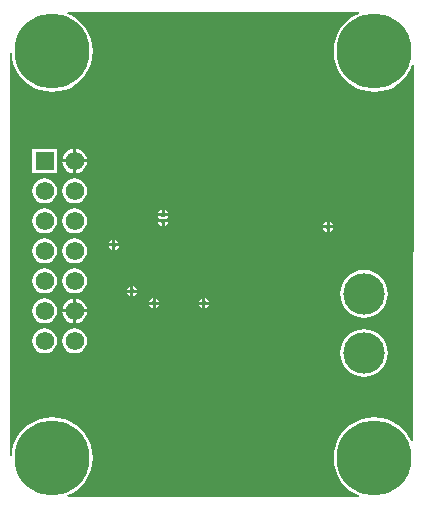
<source format=gbl>
%FSLAX24Y24*%
%MOIN*%
%SFA1B1*%

%IPPOS*%
%ADD20C,0.062000*%
%ADD21R,0.062000X0.062000*%
%ADD22C,0.137800*%
%ADD23C,0.250000*%
%ADD24C,0.015000*%
%LNpcb-1*%
%LPD*%
G36*
X21275Y23850D02*
X21170Y23807D01*
X20989Y23696*
X20827Y23558*
X20689Y23396*
X20578Y23215*
X20497Y23018*
X20447Y22812*
X20431Y22600*
X20447Y22388*
X20497Y22182*
X20578Y21985*
X20689Y21804*
X20827Y21642*
X20989Y21504*
X21170Y21393*
X21367Y21312*
X21573Y21263*
X21785Y21246*
X21997Y21263*
X22203Y21312*
X22400Y21393*
X22581Y21504*
X22743Y21642*
X22881Y21804*
X22992Y21985*
X23063Y22157*
X23113Y22147*
X23066Y9614*
X23017Y9604*
X22992Y9665*
X22881Y9846*
X22743Y10008*
X22581Y10146*
X22400Y10257*
X22203Y10338*
X21997Y10388*
X21785Y10404*
X21573Y10388*
X21367Y10338*
X21170Y10257*
X20989Y10146*
X20827Y10008*
X20689Y9846*
X20578Y9665*
X20497Y9468*
X20447Y9262*
X20431Y9050*
X20447Y8838*
X20497Y8632*
X20578Y8435*
X20689Y8254*
X20827Y8092*
X20989Y7954*
X21170Y7843*
X21275Y7800*
X21265Y7750*
X11570*
X11560Y7800*
X11665Y7843*
X11846Y7954*
X12008Y8092*
X12146Y8254*
X12257Y8435*
X12338Y8632*
X12387Y8838*
X12404Y9050*
X12387Y9262*
X12338Y9468*
X12257Y9665*
X12146Y9846*
X12008Y10008*
X11846Y10146*
X11665Y10257*
X11468Y10338*
X11262Y10388*
X11050Y10404*
X10838Y10388*
X10632Y10338*
X10435Y10257*
X10254Y10146*
X10092Y10008*
X9954Y9846*
X9843Y9665*
X9762Y9468*
X9712Y9262*
X9700Y9103*
X9650Y9105*
Y22545*
X9700Y22547*
X9712Y22388*
X9762Y22182*
X9843Y21985*
X9954Y21804*
X10092Y21642*
X10254Y21504*
X10435Y21393*
X10632Y21312*
X10838Y21263*
X11050Y21246*
X11262Y21263*
X11468Y21312*
X11665Y21393*
X11846Y21504*
X12008Y21642*
X12146Y21804*
X12257Y21985*
X12338Y22182*
X12387Y22388*
X12404Y22600*
X12387Y22812*
X12338Y23018*
X12257Y23215*
X12146Y23396*
X12008Y23558*
X11846Y23696*
X11665Y23807*
X11560Y23850*
X11570Y23900*
X21265*
X21275Y23850*
G37*
%LNpcb-2*%
%LPC*%
G36*
X11850Y19357D02*
Y19000D01*
X12207*
X12199Y19057*
X12158Y19157*
X12092Y19242*
X12007Y19308*
X11907Y19349*
X11850Y19357*
G37*
G36*
X11750D02*
X11693Y19349D01*
X11593Y19308*
X11508Y19242*
X11442Y19157*
X11401Y19057*
X11393Y19000*
X11750*
Y19357*
G37*
G36*
X12207Y18900D02*
X11850D01*
Y18543*
X11907Y18551*
X12007Y18592*
X12092Y18658*
X12158Y18743*
X12199Y18843*
X12207Y18900*
G37*
G36*
X11750D02*
X11393D01*
X11401Y18843*
X11442Y18743*
X11508Y18658*
X11593Y18592*
X11693Y18551*
X11750Y18543*
Y18900*
G37*
G36*
X11210Y19360D02*
X10390D01*
Y18540*
X11210*
Y19360*
G37*
G36*
X11800Y18364D02*
X11693Y18349D01*
X11593Y18308*
X11508Y18242*
X11442Y18157*
X11401Y18057*
X11386Y17950*
X11401Y17843*
X11442Y17743*
X11508Y17658*
X11593Y17592*
X11693Y17551*
X11800Y17536*
X11907Y17551*
X12007Y17592*
X12092Y17658*
X12158Y17743*
X12199Y17843*
X12214Y17950*
X12199Y18057*
X12158Y18157*
X12092Y18242*
X12007Y18308*
X11907Y18349*
X11800Y18364*
G37*
G36*
X10800D02*
X10693Y18349D01*
X10593Y18308*
X10508Y18242*
X10442Y18157*
X10401Y18057*
X10386Y17950*
X10401Y17843*
X10442Y17743*
X10508Y17658*
X10593Y17592*
X10693Y17551*
X10800Y17536*
X10907Y17551*
X11007Y17592*
X11092Y17658*
X11158Y17743*
X11199Y17843*
X11214Y17950*
X11199Y18057*
X11158Y18157*
X11092Y18242*
X11007Y18308*
X10907Y18349*
X10800Y18364*
G37*
G36*
X14800Y17318D02*
Y17200D01*
X14918*
X14915Y17218*
X14876Y17276*
X14818Y17315*
X14800Y17318*
G37*
G36*
X14700D02*
X14682Y17315D01*
X14624Y17276*
X14585Y17218*
X14582Y17200*
X14700*
Y17318*
G37*
G36*
X14918Y17100D02*
X14582D01*
X14585Y17082*
X14606Y17050*
X14585Y17018*
X14582Y17000*
X14918*
X14915Y17018*
X14894Y17050*
X14915Y17082*
X14918Y17100*
G37*
G36*
X20300Y16918D02*
Y16800D01*
X20418*
X20415Y16818*
X20376Y16876*
X20318Y16915*
X20300Y16918*
G37*
G36*
X20200D02*
X20182Y16915D01*
X20124Y16876*
X20085Y16818*
X20082Y16800*
X20200*
Y16918*
G37*
G36*
X14918Y16900D02*
X14800D01*
Y16782*
X14818Y16785*
X14876Y16824*
X14915Y16882*
X14918Y16900*
G37*
G36*
X14700D02*
X14582D01*
X14585Y16882*
X14624Y16824*
X14682Y16785*
X14700Y16782*
Y16900*
G37*
G36*
X20418Y16700D02*
X20300D01*
Y16582*
X20318Y16585*
X20376Y16624*
X20415Y16682*
X20418Y16700*
G37*
G36*
X20200D02*
X20082D01*
X20085Y16682*
X20124Y16624*
X20182Y16585*
X20200Y16582*
Y16700*
G37*
G36*
X11800Y17364D02*
X11693Y17349D01*
X11593Y17308*
X11508Y17242*
X11442Y17157*
X11401Y17057*
X11386Y16950*
X11401Y16843*
X11442Y16743*
X11508Y16658*
X11593Y16592*
X11693Y16551*
X11800Y16536*
X11907Y16551*
X12007Y16592*
X12092Y16658*
X12158Y16743*
X12199Y16843*
X12214Y16950*
X12199Y17057*
X12158Y17157*
X12092Y17242*
X12007Y17308*
X11907Y17349*
X11800Y17364*
G37*
G36*
X10800D02*
X10693Y17349D01*
X10593Y17308*
X10508Y17242*
X10442Y17157*
X10401Y17057*
X10386Y16950*
X10401Y16843*
X10442Y16743*
X10508Y16658*
X10593Y16592*
X10693Y16551*
X10800Y16536*
X10907Y16551*
X11007Y16592*
X11092Y16658*
X11158Y16743*
X11199Y16843*
X11214Y16950*
X11199Y17057*
X11158Y17157*
X11092Y17242*
X11007Y17308*
X10907Y17349*
X10800Y17364*
G37*
G36*
X13150Y16318D02*
Y16200D01*
X13268*
X13265Y16218*
X13226Y16276*
X13168Y16315*
X13150Y16318*
G37*
G36*
X13050D02*
X13032Y16315D01*
X12974Y16276*
X12935Y16218*
X12932Y16200*
X13050*
Y16318*
G37*
G36*
X13268Y16100D02*
X13150D01*
Y15982*
X13168Y15985*
X13226Y16024*
X13265Y16082*
X13268Y16100*
G37*
G36*
X13050D02*
X12932D01*
X12935Y16082*
X12974Y16024*
X13032Y15985*
X13050Y15982*
Y16100*
G37*
G36*
X11800Y16364D02*
X11693Y16349D01*
X11593Y16308*
X11508Y16242*
X11442Y16157*
X11401Y16057*
X11386Y15950*
X11401Y15843*
X11442Y15743*
X11508Y15658*
X11593Y15592*
X11693Y15551*
X11800Y15536*
X11907Y15551*
X12007Y15592*
X12092Y15658*
X12158Y15743*
X12199Y15843*
X12214Y15950*
X12199Y16057*
X12158Y16157*
X12092Y16242*
X12007Y16308*
X11907Y16349*
X11800Y16364*
G37*
G36*
X10800D02*
X10693Y16349D01*
X10593Y16308*
X10508Y16242*
X10442Y16157*
X10401Y16057*
X10386Y15950*
X10401Y15843*
X10442Y15743*
X10508Y15658*
X10593Y15592*
X10693Y15551*
X10800Y15536*
X10907Y15551*
X11007Y15592*
X11092Y15658*
X11158Y15743*
X11199Y15843*
X11214Y15950*
X11199Y16057*
X11158Y16157*
X11092Y16242*
X11007Y16308*
X10907Y16349*
X10800Y16364*
G37*
G36*
X13750Y14768D02*
Y14650D01*
X13868*
X13865Y14668*
X13826Y14726*
X13768Y14765*
X13750Y14768*
G37*
G36*
X13650D02*
X13632Y14765D01*
X13574Y14726*
X13535Y14668*
X13532Y14650*
X13650*
Y14768*
G37*
G36*
X11800Y15364D02*
X11693Y15349D01*
X11593Y15308*
X11508Y15242*
X11442Y15157*
X11401Y15057*
X11386Y14950*
X11401Y14843*
X11442Y14743*
X11508Y14658*
X11593Y14592*
X11693Y14551*
X11800Y14536*
X11907Y14551*
X12007Y14592*
X12092Y14658*
X12158Y14743*
X12199Y14843*
X12214Y14950*
X12199Y15057*
X12158Y15157*
X12092Y15242*
X12007Y15308*
X11907Y15349*
X11800Y15364*
G37*
G36*
X10800D02*
X10693Y15349D01*
X10593Y15308*
X10508Y15242*
X10442Y15157*
X10401Y15057*
X10386Y14950*
X10401Y14843*
X10442Y14743*
X10508Y14658*
X10593Y14592*
X10693Y14551*
X10800Y14536*
X10907Y14551*
X11007Y14592*
X11092Y14658*
X11158Y14743*
X11199Y14843*
X11214Y14950*
X11199Y15057*
X11158Y15157*
X11092Y15242*
X11007Y15308*
X10907Y15349*
X10800Y15364*
G37*
G36*
X13868Y14550D02*
X13750D01*
Y14432*
X13768Y14435*
X13826Y14474*
X13865Y14532*
X13868Y14550*
G37*
G36*
X13650D02*
X13532D01*
X13535Y14532*
X13574Y14474*
X13632Y14435*
X13650Y14432*
Y14550*
G37*
G36*
X16150Y14368D02*
Y14250D01*
X16268*
X16265Y14268*
X16226Y14326*
X16168Y14365*
X16150Y14368*
G37*
G36*
X16050D02*
X16032Y14365D01*
X15974Y14326*
X15935Y14268*
X15932Y14250*
X16050*
Y14368*
G37*
G36*
X14500D02*
Y14250D01*
X14618*
X14615Y14268*
X14576Y14326*
X14518Y14365*
X14500Y14368*
G37*
G36*
X14400D02*
X14382Y14365D01*
X14324Y14326*
X14285Y14268*
X14282Y14250*
X14400*
Y14368*
G37*
G36*
X16268Y14150D02*
X16150D01*
Y14032*
X16168Y14035*
X16226Y14074*
X16265Y14132*
X16268Y14150*
G37*
G36*
X16050D02*
X15932D01*
X15935Y14132*
X15974Y14074*
X16032Y14035*
X16050Y14032*
Y14150*
G37*
G36*
X14618D02*
X14500D01*
Y14032*
X14518Y14035*
X14576Y14074*
X14615Y14132*
X14618Y14150*
G37*
G36*
X14400D02*
X14282D01*
X14285Y14132*
X14324Y14074*
X14382Y14035*
X14400Y14032*
Y14150*
G37*
G36*
X11850Y14357D02*
Y14000D01*
X12207*
X12199Y14057*
X12158Y14157*
X12092Y14242*
X12007Y14308*
X11907Y14349*
X11850Y14357*
G37*
G36*
X11750D02*
X11693Y14349D01*
X11593Y14308*
X11508Y14242*
X11442Y14157*
X11401Y14057*
X11393Y14000*
X11750*
Y14357*
G37*
G36*
X21450Y15311D02*
X21295Y15296D01*
X21147Y15251*
X21010Y15178*
X20889Y15079*
X20791Y14959*
X20718Y14822*
X20672Y14673*
X20657Y14519*
X20672Y14364*
X20718Y14215*
X20791Y14078*
X20889Y13958*
X21010Y13859*
X21147Y13786*
X21295Y13741*
X21450Y13726*
X21605Y13741*
X21753Y13786*
X21890Y13859*
X22011Y13958*
X22109Y14078*
X22182Y14215*
X22228Y14364*
X22243Y14519*
X22228Y14673*
X22182Y14822*
X22109Y14959*
X22011Y15079*
X21890Y15178*
X21753Y15251*
X21605Y15296*
X21450Y15311*
G37*
G36*
X12207Y13900D02*
X11850D01*
Y13543*
X11907Y13551*
X12007Y13592*
X12092Y13658*
X12158Y13743*
X12199Y13843*
X12207Y13900*
G37*
G36*
X11750D02*
X11393D01*
X11401Y13843*
X11442Y13743*
X11508Y13658*
X11593Y13592*
X11693Y13551*
X11750Y13543*
Y13900*
G37*
G36*
X10800Y14364D02*
X10693Y14349D01*
X10593Y14308*
X10508Y14242*
X10442Y14157*
X10401Y14057*
X10386Y13950*
X10401Y13843*
X10442Y13743*
X10508Y13658*
X10593Y13592*
X10693Y13551*
X10800Y13536*
X10907Y13551*
X11007Y13592*
X11092Y13658*
X11158Y13743*
X11199Y13843*
X11214Y13950*
X11199Y14057*
X11158Y14157*
X11092Y14242*
X11007Y14308*
X10907Y14349*
X10800Y14364*
G37*
G36*
X11800Y13364D02*
X11693Y13349D01*
X11593Y13308*
X11508Y13242*
X11442Y13157*
X11401Y13057*
X11386Y12950*
X11401Y12843*
X11442Y12743*
X11508Y12658*
X11593Y12592*
X11693Y12551*
X11800Y12536*
X11907Y12551*
X12007Y12592*
X12092Y12658*
X12158Y12743*
X12199Y12843*
X12214Y12950*
X12199Y13057*
X12158Y13157*
X12092Y13242*
X12007Y13308*
X11907Y13349*
X11800Y13364*
G37*
G36*
X10800D02*
X10693Y13349D01*
X10593Y13308*
X10508Y13242*
X10442Y13157*
X10401Y13057*
X10386Y12950*
X10401Y12843*
X10442Y12743*
X10508Y12658*
X10593Y12592*
X10693Y12551*
X10800Y12536*
X10907Y12551*
X11007Y12592*
X11092Y12658*
X11158Y12743*
X11199Y12843*
X11214Y12950*
X11199Y13057*
X11158Y13157*
X11092Y13242*
X11007Y13308*
X10907Y13349*
X10800Y13364*
G37*
G36*
X21450Y13343D02*
X21295Y13328D01*
X21147Y13282*
X21010Y13209*
X20889Y13111*
X20791Y12990*
X20718Y12853*
X20672Y12705*
X20657Y12550*
X20672Y12395*
X20718Y12247*
X20791Y12110*
X20889Y11989*
X21010Y11891*
X21147Y11818*
X21295Y11772*
X21450Y11757*
X21605Y11772*
X21753Y11818*
X21890Y11891*
X22011Y11989*
X22109Y12110*
X22182Y12247*
X22228Y12395*
X22243Y12550*
X22228Y12705*
X22182Y12853*
X22109Y12990*
X22011Y13111*
X21890Y13209*
X21753Y13282*
X21605Y13328*
X21450Y13343*
G37*
%LNpcb-3*%
%LPD*%
G54D20*
X10800Y17950D03*
Y16950D03*
X11800Y17950D03*
X10800Y12950D03*
X11800D03*
X10800Y13950D03*
X11800D03*
X10800Y14950D03*
X11800D03*
X10800Y15950D03*
X11800D03*
Y16950D03*
Y18950D03*
G54D21*
X10800Y18950D03*
G54D22*
X21450Y12550D03*
Y14519D03*
G54D23*
X11050Y9050D03*
X21785D03*
Y22600D03*
X11050D03*
G54D24*
X20250Y16750D03*
X16100Y14200D03*
X13700Y14600D03*
X14750Y16950D03*
Y17150D03*
X14450Y14200D03*
X13100Y16150D03*
M02*
</source>
